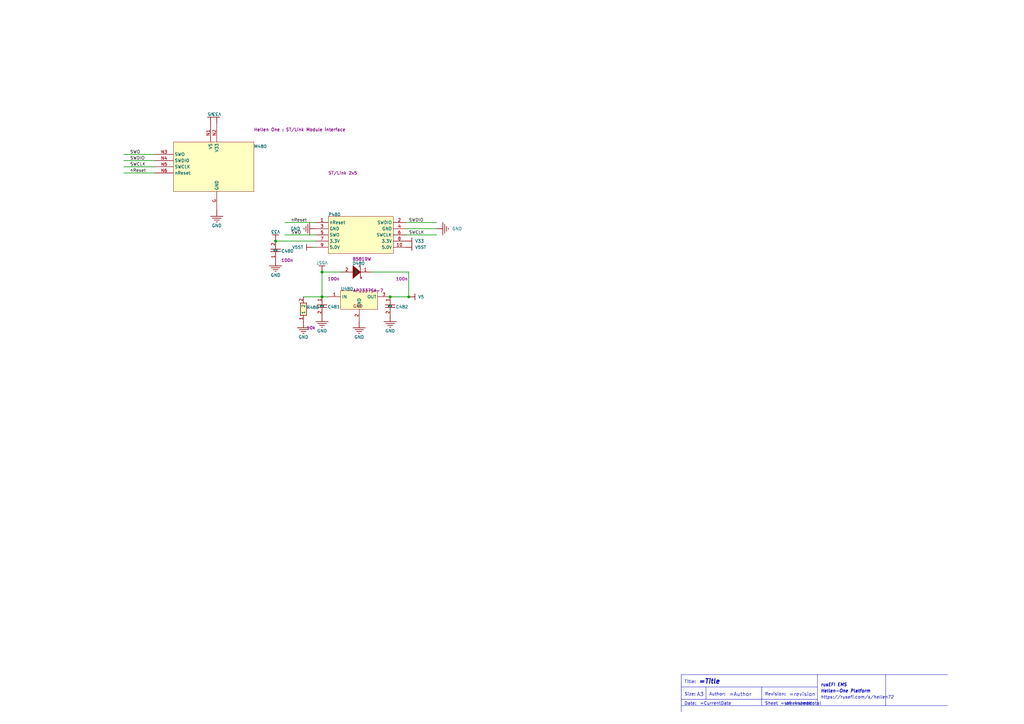
<source format=kicad_sch>
(kicad_sch (version 20201015) (generator eeschema)
  (paper "A3")
  (title_block (title "Hellen-One ST-Link") (rev "0.1"))
  (lib_symbols
    (symbol "hellen1-stlink-altium-import:0_78xx"
      (property "Value" "0_78xx" (at 0 0 0))
      (symbol "0_78xx_1_0"
        (text "GND" (at 5.08 -7.112 0) (effects (font (size 1.27 1.27)) (justify left bottom)))
        (rectangle (start 15.24 0) (end 0 -7.62) (fill (type background)))
        (pin power_in line (at -5.08 -2.54 0) (length 5.08) (name "IN") (number "1"))
        (pin power_in line (at 7.62 -12.7 90) (length 5.08) (name "GND") (number "2"))
        (pin power_in line (at 20.32 -2.54 180) (length 5.08) (name "OUT") (number "3"))
      )
    )
    (symbol "hellen1-stlink-altium-import:0_Cap"
      (property "Value" "0_Cap" (at 0 0 0))
      (symbol "0_Cap_1_0"
        (polyline (pts (xy 2.032 -4.318) (xy -2.032 -4.318)) (stroke (width 0.254)))
        (polyline (pts (xy -2.032 -3.302) (xy 2.032 -3.302)) (stroke (width 0.254)))
        (polyline (pts (xy 0 -2.54) (xy 0 -3.302)) (stroke (width 0.254)))
        (polyline (pts (xy 0 -5.08) (xy 0 -4.318)) (stroke (width 0.254)))
        (pin passive line (at 0 0 270) (length 2.54) (name "1") (number "1"))
        (pin passive line (at 0 -7.62 90) (length 2.54) (name "2") (number "2"))
      )
    )
    (symbol "hellen1-stlink-altium-import:0_JTAG-STLink-2x5"
      (property "Value" "0_JTAG-STLink-2x5" (at 0 0 0))
      (symbol "0_JTAG-STLink-2x5_1_0"
        (rectangle (start 26.67 0) (end 0 -15.24) (fill (type background)))
        (pin passive line (at -5.08 -2.54 0) (length 5.08) (name "nReset") (number "1"))
        (pin passive line (at 31.75 -2.54 180) (length 5.08) (name "SWDIO") (number "2"))
        (pin passive line (at -5.08 -5.08 0) (length 5.08) (name "GND") (number "3"))
        (pin passive line (at 31.75 -5.08 180) (length 5.08) (name "GND") (number "4"))
        (pin passive line (at -5.08 -7.62 0) (length 5.08) (name "SWO") (number "5"))
        (pin passive line (at 31.75 -7.62 180) (length 5.08) (name "SWCLK") (number "6"))
        (pin passive line (at -5.08 -10.16 0) (length 5.08) (name "3.3V") (number "7"))
        (pin passive line (at 31.75 -10.16 180) (length 5.08) (name "3.3V") (number "8"))
        (pin passive line (at -5.08 -12.7 0) (length 5.08) (name "5.0V") (number "9"))
        (pin passive line (at 31.75 -12.7 180) (length 5.08) (name "5.0V") (number "10"))
      )
    )
    (symbol "hellen1-stlink-altium-import:0_Mod-Hellen-STLink"
      (property "Value" "0_Mod-Hellen-STLink" (at 0 0 0))
      (symbol "0_Mod-Hellen-STLink_1_0"
        (rectangle (start 33.02 0) (end 0 -20.32) (fill (type background)))
        (pin passive line (at -7.62 -5.08 0) (length 7.62) (name "SWO") (number "N3"))
        (pin passive line (at -7.62 -7.62 0) (length 7.62) (name "SWDIO") (number "N4"))
        (pin passive line (at 17.78 7.62 270) (length 7.62) (name "V33") (number "N2"))
        (pin passive line (at 15.24 7.62 270) (length 7.62) (name "V5") (number "N1"))
        (pin passive line (at -7.62 -10.16 0) (length 7.62) (name "SWCLK") (number "N5"))
        (pin passive line (at -7.62 -12.7 0) (length 7.62) (name "nReset") (number "N6"))
        (pin passive line (at 17.78 -27.94 90) (length 7.62) (name "GND") (number "G"))
      )
    )
    (symbol "hellen1-stlink-altium-import:2_Cap"
      (property "Value" "2_Cap" (at 0 0 0))
      (symbol "2_Cap_1_0"
        (polyline (pts (xy -2.032 4.318) (xy 2.032 4.318)) (stroke (width 0.254)))
        (polyline (pts (xy 2.032 3.302) (xy -2.032 3.302)) (stroke (width 0.254)))
        (polyline (pts (xy 0 2.54) (xy 0 3.302)) (stroke (width 0.254)))
        (polyline (pts (xy 0 5.08) (xy 0 4.318)) (stroke (width 0.254)))
        (pin passive line (at 0 0 90) (length 2.54) (name "1") (number "1"))
        (pin passive line (at 0 7.62 270) (length 2.54) (name "2") (number "2"))
      )
    )
    (symbol "hellen1-stlink-altium-import:2_D Schottky"
      (property "Value" "2_D Schottky" (at 0 0 0))
      (symbol "2_D Schottky_1_0"
        (polyline (pts (xy -2.54 -2.54) (xy 0.508 0) (xy -2.54 2.54) (xy -2.54 -2.54)) (stroke (width 0.254)) (fill (type outline)))
        (polyline (pts (xy 1.016 -2.032) (xy 1.016 -2.54) (xy 0.508 -2.54) (xy 0.508 2.54) (xy 0 2.54) (xy 0 2.032)) (stroke (width 0.254)))
        (pin passive line (at -7.62 0 0) (length 5.08) (name "A") (number "2"))
        (pin passive line (at 5.08 0 180) (length 5.08) (name "K") (number "1"))
      )
    )
    (symbol "hellen1-stlink-altium-import:2_Res"
      (property "Value" "2_Res" (at 0 0 0))
      (symbol "2_Res_1_0"
        (rectangle (start 1.27 7.62) (end -1.27 2.54) (stroke (width 0.254)) (fill (type background)))
        (pin passive line (at 0 10.16 270) (length 2.54) (name "2") (number "2"))
        (pin passive line (at 0 0 90) (length 2.54) (name "1") (number "1"))
      )
    )
    (symbol "hellen1-stlink-altium-import:GND" (power)
      (property "Reference" "#PWR" (at 0 0 0))
      (property "Value" "GND" (at 0 6.35 0))
      (symbol "GND_0_0"
        (polyline (pts (xy 0 0) (xy 0 -2.54)) (stroke (width 0.254)))
        (polyline (pts (xy -2.54 -2.54) (xy 2.54 -2.54)) (stroke (width 0.254)))
        (polyline (pts (xy -1.778 -3.302) (xy 1.778 -3.302)) (stroke (width 0.254)))
        (polyline (pts (xy -1.016 -4.064) (xy 1.016 -4.064)) (stroke (width 0.254)))
        (polyline (pts (xy -0.254 -4.826) (xy 0.254 -4.826)) (stroke (width 0.254)))
        (pin power_in line (at 0 0 0) (length 0) hide (name "GND") (number ""))
      )
    )
    (symbol "hellen1-stlink-altium-import:V33" (power)
      (property "Reference" "#PWR" (at 0 0 0))
      (property "Value" "V33" (at 0 3.81 0))
      (symbol "V33_0_0"
        (polyline (pts (xy 0 0) (xy 0 -2.54)) (stroke (width 0.254)))
        (polyline (pts (xy -1.27 -2.54) (xy 1.27 -2.54)) (stroke (width 0.254)))
        (pin power_in line (at 0 0 0) (length 0) hide (name "V33") (number ""))
      )
    )
    (symbol "hellen1-stlink-altium-import:V5" (power)
      (property "Reference" "#PWR" (at 0 0 0))
      (property "Value" "V5" (at 0 3.81 0))
      (symbol "V5_0_0"
        (polyline (pts (xy 0 0) (xy 0 -2.54)) (stroke (width 0.254)))
        (polyline (pts (xy -1.27 -2.54) (xy 1.27 -2.54)) (stroke (width 0.254)))
        (pin power_in line (at 0 0 0) (length 0) hide (name "V5") (number ""))
      )
    )
    (symbol "hellen1-stlink-altium-import:V5ST" (power)
      (property "Reference" "#PWR" (at 0 0 0))
      (property "Value" "V5ST" (at 0 3.81 0))
      (symbol "V5ST_0_0"
        (polyline (pts (xy 0 0) (xy 0 -2.54)) (stroke (width 0.254)))
        (polyline (pts (xy -1.27 -2.54) (xy 1.27 -2.54)) (stroke (width 0.254)))
        (pin power_in line (at 0 0 0) (length 0) hide (name "V5ST") (number ""))
      )
    )
  )
  (junction (at 113.03 98.8822) (diameter 1.016))
  (junction (at 132.08 111.5822) (diameter 1.016))
  (junction (at 132.08 121.7422) (diameter 1.016))
  (junction (at 160.02 121.7422) (diameter 1.016))
  (junction (at 167.64 121.7422) (diameter 1.016))
  (wire (pts (xy 50.8 63.3222) (xy 63.5 63.3222)) (stroke (width 0.254)))
  (wire (pts (xy 50.8 65.8622) (xy 63.5 65.8622)) (stroke (width 0.254)))
  (wire (pts (xy 50.8 68.4022) (xy 63.5 68.4022)) (stroke (width 0.254)))
  (wire (pts (xy 50.8 70.9422) (xy 63.5 70.9422)) (stroke (width 0.254)))
  (wire (pts (xy 113.03 98.8822) (xy 129.54 98.8822)) (stroke (width 0.254)))
  (wire (pts (xy 116.84 91.2622) (xy 129.54 91.2622)) (stroke (width 0.254)))
  (wire (pts (xy 116.84 96.3422) (xy 129.54 96.3422)) (stroke (width 0.254)))
  (wire (pts (xy 124.46 121.7422) (xy 132.08 121.7422)) (stroke (width 0.254)))
  (wire (pts (xy 128.27 101.4222) (xy 129.54 101.4222)) (stroke (width 0.254)))
  (wire (pts (xy 132.08 111.5822) (xy 139.7 111.5822)) (stroke (width 0.254)))
  (wire (pts (xy 132.08 121.7422) (xy 132.08 111.5822)) (stroke (width 0.254)))
  (wire (pts (xy 132.08 121.7422) (xy 134.62 121.7422)) (stroke (width 0.254)))
  (wire (pts (xy 152.4 111.5822) (xy 167.64 111.5822)) (stroke (width 0.254)))
  (wire (pts (xy 166.37 91.2622) (xy 179.07 91.2622)) (stroke (width 0.254)))
  (wire (pts (xy 166.37 96.3422) (xy 179.07 96.3422)) (stroke (width 0.254)))
  (wire (pts (xy 167.64 111.5822) (xy 167.64 121.7422)) (stroke (width 0.254)))
  (wire (pts (xy 167.64 121.7422) (xy 160.02 121.7422)) (stroke (width 0.254)))
  (wire (pts (xy 179.07 93.8022) (xy 166.37 93.8022)) (stroke (width 0.254)))
  (polyline (pts (xy 279.4 276.6822) (xy 279.4 291.9222)) (stroke (width 0) (type solid)))
  (polyline (pts (xy 279.4 281.7622) (xy 335.28 281.7622)) (stroke (width 0) (type solid)))
  (polyline (pts (xy 279.4 286.8422) (xy 335.28 286.8422)) (stroke (width 0) (type solid)))
  (polyline (pts (xy 289.56 281.7622) (xy 289.56 286.8422)) (stroke (width 0) (type solid)))
  (polyline (pts (xy 312.42 281.7622) (xy 312.42 289.3822)) (stroke (width 0) (type solid)))
  (polyline (pts (xy 335.28 276.6822) (xy 335.28 289.3822)) (stroke (width 0) (type solid)))
  (polyline (pts (xy 363.22 276.6822) (xy 279.4 276.6822)) (stroke (width 0) (type solid)))
  (polyline (pts (xy 363.22 276.6822) (xy 363.22 289.3822)) (stroke (width 0) (type solid)))
  (polyline (pts (xy 363.22 289.3822) (xy 279.4 289.3822)) (stroke (width 0) (type solid)))
  (polyline (pts (xy 363.22 289.3822) (xy 388.62 289.3822)) (stroke (width 0) (type solid)))
  (polyline (pts (xy 388.62 276.6822) (xy 363.22 276.6822)) (stroke (width 0) (type solid)))
  (text "Title:" (at 280.67 280.4922 180) (effects (font (size 1.27 1.27)) (justify left bottom)))
  (text "Size:" (at 280.67 285.5722 180) (effects (font (size 1.27 1.27)) (justify left bottom)))
  (text "Date:" (at 280.67 289.3822 180) (effects (font (size 1.27 1.27)) (justify left bottom)))
  (text "A3" (at 285.75 285.8262 180) (effects (font (size 1.524 1.524)) (justify left bottom)))
  (text "=Title" (at 286.512 280.7462 180) (effects (font (size 1.905 1.905) bold italic) (justify left bottom)))
  (text "=CurrentDate" (at 287.02 289.3822 180) (effects (font (size 1.27 1.27)) (justify left bottom)))
  (text "Author:" (at 290.83 285.5722 180) (effects (font (size 1.27 1.27)) (justify left bottom)))
  (text "=Author" (at 298.958 285.8262 180) (effects (font (size 1.524 1.524)) (justify left bottom)))
  (text "Revision:" (at 313.69 285.5722 180) (effects (font (size 1.27 1.27)) (justify left bottom)))
  (text "Sheet" (at 313.69 289.3822 180) (effects (font (size 1.27 1.27)) (justify left bottom)))
  (text "=sheetnumber" (at 320.04 289.3822 180) (effects (font (size 1.27 1.27)) (justify left bottom)))
  (text "of" (at 322.326 289.3822 180) (effects (font (size 1.27 1.27)) (justify left bottom)))
  (text "=revision" (at 323.596 285.8262 180) (effects (font (size 1.524 1.524)) (justify left bottom)))
  (text "=sheettotal" (at 325.628 289.3822 180) (effects (font (size 1.27 1.27)) (justify left bottom)))
  (text "rusEFI EMS" (at 336.55 281.7622 180) (effects (font (size 1.27 1.27) bold italic) (justify left bottom)))
  (text "Hellen-One Platform" (at 336.55 284.3022 180) (effects (font (size 1.27 1.27) bold italic) (justify left bottom)))
  (text "https://rusefi.com/s/hellen72" (at 336.55 286.8422 180) (effects (font (size 1.27 1.27) italic) (justify left bottom)))
  (label "SWO" (at 53.34 63.3222 0))
  (label "SWDIO" (at 53.34 65.8622 0))
  (label "SWCLK" (at 53.34 68.4022 0))
  (label "nReset" (at 53.34 70.9422 0))
  (label "nReset" (at 119.38 91.2622 0))
  (label "SWO" (at 119.38 96.3422 0))
  (label "SWDIO" (at 167.64 91.2622 0))
  (label "SWCLK" (at 167.64 96.3422 0))
  (symbol (lib_id "hellen1-stlink-altium-import:V5") (at 86.36 50.6222 180) (unit 1)
    (property "Reference" "#PWR?" (effects hide))
    (property "Value" "V5" (at 86.36 46.8122 -180))
  )
  (symbol (lib_id "hellen1-stlink-altium-import:V33") (at 88.9 50.6222 180) (unit 1)
    (property "Reference" "#PWR?" (effects hide))
    (property "Value" "V33" (at 88.9 46.8122 -180))
  )
  (symbol (lib_id "hellen1-stlink-altium-import:V33") (at 113.03 98.8822 180) (unit 1)
    (property "Reference" "#PWR?" (effects hide))
    (property "Value" "V33" (at 113.03 95.0722 -180))
  )
  (symbol (lib_id "hellen1-stlink-altium-import:V5ST") (at 128.27 101.4222 270) (unit 1)
    (property "Reference" "#PWR?" (effects hide))
    (property "Value" "V5ST" (at 124.46 101.4222 -270) (effects (justify right)))
  )
  (symbol (lib_id "hellen1-stlink-altium-import:V5ST") (at 132.08 111.5822 180) (unit 1)
    (property "Reference" "#PWR?" (effects hide))
    (property "Value" "V5ST" (at 132.08 107.7722 -180))
  )
  (symbol (lib_id "hellen1-stlink-altium-import:V33") (at 166.37 98.8822 90) (unit 1)
    (property "Reference" "#PWR?" (effects hide))
    (property "Value" "V33" (at 170.18 98.8822 -90) (effects (justify left)))
  )
  (symbol (lib_id "hellen1-stlink-altium-import:V5ST") (at 166.37 101.4222 90) (unit 1)
    (property "Reference" "#PWR?" (effects hide))
    (property "Value" "V5ST" (at 170.18 101.4222 -90) (effects (justify left)))
  )
  (symbol (lib_id "hellen1-stlink-altium-import:V5") (at 167.64 121.7422 90) (unit 1)
    (property "Reference" "#PWR?" (effects hide))
    (property "Value" "V5" (at 171.45 121.7422 -90) (effects (justify left)))
  )
  (symbol (lib_id "hellen1-stlink-altium-import:GND") (at 88.9 86.1822 0) (unit 1)
    (property "Reference" "#PWR?" (effects hide))
    (property "Value" "GND" (at 88.9 92.5322 0))
  )
  (symbol (lib_id "hellen1-stlink-altium-import:GND") (at 113.03 106.5022 0) (unit 1)
    (property "Reference" "#PWR?" (effects hide))
    (property "Value" "GND" (at 113.03 112.8522 0))
  )
  (symbol (lib_id "hellen1-stlink-altium-import:GND") (at 124.46 131.9022 0) (unit 1)
    (property "Reference" "#PWR?" (effects hide))
    (property "Value" "GND" (at 124.46 138.2522 0))
  )
  (symbol (lib_id "hellen1-stlink-altium-import:GND") (at 129.54 93.8022 270) (unit 1)
    (property "Reference" "#PWR?" (effects hide))
    (property "Value" "GND" (at 123.19 93.8022 -270) (effects (justify right)))
  )
  (symbol (lib_id "hellen1-stlink-altium-import:GND") (at 132.08 129.3622 0) (unit 1)
    (property "Reference" "#PWR?" (effects hide))
    (property "Value" "GND" (at 132.08 135.7122 0))
  )
  (symbol (lib_id "hellen1-stlink-altium-import:GND") (at 147.32 131.9022 0) (unit 1)
    (property "Reference" "#PWR?" (effects hide))
    (property "Value" "GND" (at 147.32 138.2522 0))
  )
  (symbol (lib_id "hellen1-stlink-altium-import:GND") (at 160.02 129.3622 0) (unit 1)
    (property "Reference" "#PWR?" (effects hide))
    (property "Value" "GND" (at 160.02 135.7122 0))
  )
  (symbol (lib_id "hellen1-stlink-altium-import:GND") (at 179.07 93.8022 90) (unit 1)
    (property "Reference" "#PWR?" (effects hide))
    (property "Value" "GND" (at 185.42 93.8022 -90) (effects (justify left)))
  )
  (symbol (lib_id "hellen1-stlink-altium-import:2_Res") (at 124.46 131.9022 0) (unit 1)
    (property "Reference" "R480" (at 125.73 126.8222 0) (effects (justify left bottom)))
    (property "Fitted" "True" (effects hide))
    (property "Type" "SMD" (effects hide))
    (property "Supplier 3" "LCSC" (effects hide))
    (property "Supplier Part Number 3" "C25804" (effects hide))
    (property "PackageReference" "R0603" (effects hide))
    (property "Comment" "10k" (at 125.73 134.4422 0) (effects (justify left)))
  )
  (symbol (lib_id "hellen1-stlink-altium-import:2_Cap") (at 113.03 106.5022 0) (unit 1)
    (property "Reference" "C480" (at 115.316 103.7082 0) (effects (justify left bottom)))
    (property "Fitted" "True" (effects hide))
    (property "Type" "SMD" (effects hide))
    (property "Supplier 3" "LCSC" (effects hide))
    (property "Supplier Part Number 3" "C14663" (effects hide))
    (property "PackageReference" "C0603" (effects hide))
    (property "Comment" "100n" (at 115.316 106.7562 0) (effects (justify left)))
  )
  (symbol (lib_id "hellen1-stlink-altium-import:0_Cap") (at 132.08 121.7422 0) (unit 1)
    (property "Reference" "C481" (at 134.366 126.5682 0) (effects (justify left bottom)))
    (property "Fitted" "True" (effects hide))
    (property "Type" "SMD" (effects hide))
    (property "Supplier 3" "LCSC" (effects hide))
    (property "Supplier Part Number 3" "C14663" (effects hide))
    (property "PackageReference" "C0603" (effects hide))
    (property "Comment" "100n" (at 134.366 114.3762 0) (effects (justify left)))
  )
  (symbol (lib_id "hellen1-stlink-altium-import:0_Cap") (at 160.02 121.7422 0) (unit 1)
    (property "Reference" "C482" (at 162.306 126.5682 0) (effects (justify left bottom)))
    (property "Fitted" "True" (effects hide))
    (property "Type" "SMD" (effects hide))
    (property "Supplier 3" "LCSC" (effects hide))
    (property "Supplier Part Number 3" "C14663" (effects hide))
    (property "PackageReference" "C0603" (effects hide))
    (property "Comment" "100n" (at 162.306 114.3762 0) (effects (justify left)))
  )
  (symbol (lib_id "hellen1-stlink-altium-import:2_D Schottky") (at 147.32 111.5822 0) (unit 1)
    (property "Reference" "D480" (at 144.526 108.7882 0) (effects (justify left bottom)))
    (property "Published" "8-Jun-2000" (effects hide))
    (property "LatestRevisionDate" "17-Jul-2002" (effects hide))
    (property "LatestRevisionNote" "Re-released for DXP Platform." (effects hide))
    (property "PackageReference" "SOD-123" (effects hide))
    (property "Publisher" "Altium Limited" (effects hide))
    (property "Code_JEDEC" "DO-214-AA" (effects hide))
    (property "Fitted" "False" (effects hide))
    (property "Type" "SMD" (effects hide))
    (property "Supplier 3" "LCSC" (effects hide))
    (property "Supplier Part Number 3" "C8598" (effects hide))
    (property "Comment" "B5819W" (at 144.526 106.2482 0) (effects (justify left)))
  )
  (symbol (lib_id "hellen1-stlink-altium-import:0_78xx") (at 139.7 119.2022 0) (unit 1)
    (property "Reference" "U480" (at 139.7 119.2022 0) (effects (justify left bottom)))
    (property "Published" "17-Jul-2002" (effects hide))
    (property "DatasheetVersion" "1988" (effects hide))
    (property "PackageReference" "SOT-23" (effects hide))
    (property "Publisher" "Altium Limited" (effects hide))
    (property "PackageDescription" "D-PAK/TO-252-AA; 3 Leads (1 Cropped); Body 10.2 (inc. leads) x 6.7 mm (LxW max)" (effects hide))
    (property "Note" "Heatsink suface connected to pin 4." (effects hide))
    (property "ComponentLink1Description" "Manufacturer Link" (effects hide))
    (property "ComponentLink1URL" "http://www.onsemi.com/site/products/taxonomy/0,4438,503,00.html" (effects hide))
    (property "ComponentLink2Description" "Datasheet" (effects hide))
    (property "ComponentLink2URL" "http://www.onsemi.com/pub/Collateral/MC78M00-D.PDF" (effects hide))
    (property "Fitted" "True" (effects hide))
    (property "Type" "SMD" (effects hide))
    (property "Supplier 3" "LCSC" (effects hide))
    (property "Supplier Part Number 3" "C150497" (effects hide))
    (property "Comment" "AP2337SA-7" (at 144.78 119.2022 0) (effects (justify left)))
  )
  (symbol (lib_id "hellen1-stlink-altium-import:0_JTAG-STLink-2x5") (at 134.62 88.7222 0) (unit 1)
    (property "Reference" "P480" (at 134.62 88.7222 0) (effects (justify left bottom)))
    (property "LatestRevisionDate" "17-Jul-2002" (effects hide))
    (property "LatestRevisionNote" "Re-released for DXP Platform." (effects hide))
    (property "Publisher" "Altium Limited" (effects hide))
    (property "Type" "PTH" (effects hide))
    (property "PackageReference" "HDR2x5-F-TH-SMD" (effects hide))
    (property "Supplier 3" "LCSC" (effects hide))
    (property "Fitted" "False" (effects hide))
    (property "Supplier Part Number 3" "*" (effects hide))
    (property "Comment" "ST/Link 2x5" (at 134.62 70.9422 0) (effects (justify left)))
  )
  (symbol (lib_id "hellen1-stlink-altium-import:0_Mod-Hellen-STLink") (at 71.12 58.2422 0) (unit 1)
    (property "Reference" "M480" (at 104.14 60.7822 0) (effects (justify left bottom)))
    (property "Publisher" "andreika" (effects hide))
    (property "Supplier Part Number 1" "*" (effects hide))
    (property "Supplier Part Number 2" "*" (effects hide))
    (property "Supplier 1" "Mouser" (effects hide))
    (property "Supplier 2" "Digi-Key" (effects hide))
    (property "Fitted" "False" (effects hide))
    (property "Supplier 3" "LCSC" (effects hide))
    (property "Type" "Module" (effects hide))
    (property "Comment" "Hellen One : ST/Link Module interface" (at 104.14 53.1622 0) (effects (justify left)))
  )
)
</source>
